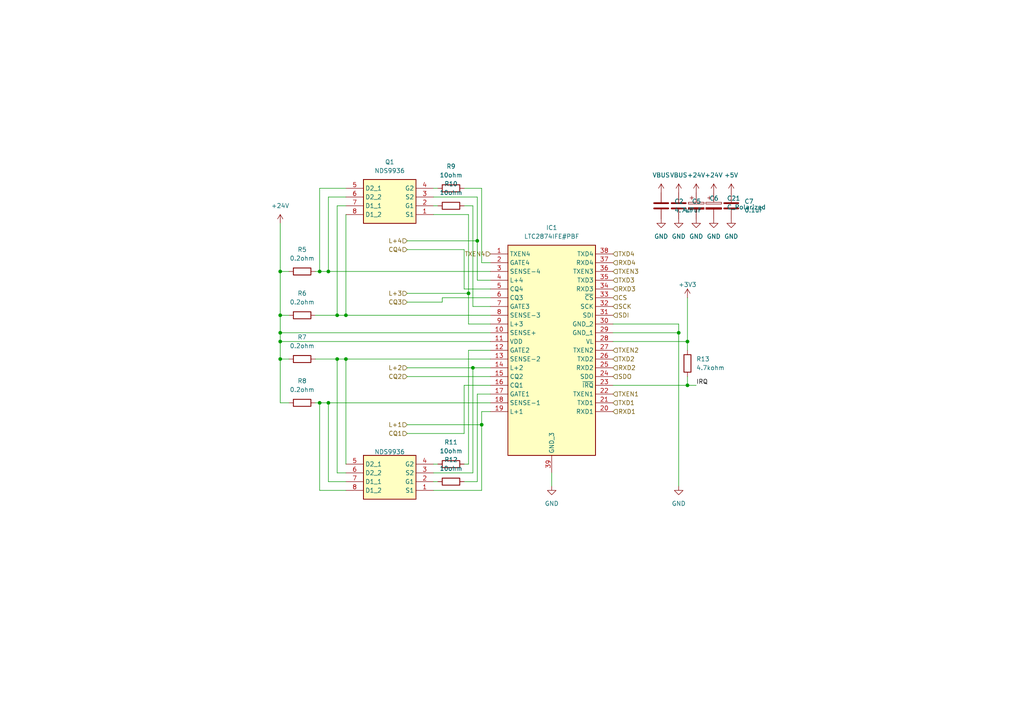
<source format=kicad_sch>
(kicad_sch (version 20231120) (generator "eeschema") (generator_version "8.0")
  (paper "A4")
  (lib_symbols
    (symbol "Device:C" (pin_numbers hide) (pin_names (offset 0.254))
      (property "Reference" "C" (at 0.635 2.54 0))
      (property "Value" "C" (at 0.635 -2.54 0))
      (symbol "C_0_1"
        (polyline (pts (xy -2.032 -0.762) (xy 2.032 -0.762)) (stroke (width 0.508)))
        (polyline (pts (xy -2.032 0.762) (xy 2.032 0.762)) (stroke (width 0.508)))
      )
      (symbol "C_1_1"
        (pin passive line (at 0 3.81 270) (length 2.794) (name "~") (number "1"))
        (pin passive line (at 0 -3.81 90) (length 2.794) (name "~") (number "2"))
      )
    )
    (symbol "Device:C_Polarized" (pin_numbers hide) (pin_names (offset 0.254))
      (property "Reference" "C" (at 0.635 2.54 0))
      (property "Value" "C_Polarized" (at 0.635 -2.54 0))
      (symbol "C_Polarized_0_1"
        (rectangle (start -2.286 0.508) (end 2.286 1.016))
        (polyline (pts (xy -1.778 2.286) (xy -0.762 2.286)))
        (polyline (pts (xy -1.27 2.794) (xy -1.27 1.778)))
        (rectangle (start 2.286 -0.508) (end -2.286 -1.016) (fill (type outline)))
      )
      (symbol "C_Polarized_1_1"
        (pin passive line (at 0 3.81 270) (length 2.794) (name "~") (number "1"))
        (pin passive line (at 0 -3.81 90) (length 2.794) (name "~") (number "2"))
      )
    )
    (symbol "Device:R" (pin_numbers hide) (pin_names (offset 0))
      (property "Reference" "R" (at 2.032 0 90))
      (property "Value" "R" (at 0 0 90))
      (symbol "R_0_1"
        (rectangle (start -1.016 -2.54) (end 1.016 2.54) (stroke (width 0.254)))
      )
      (symbol "R_1_1"
        (pin passive line (at 0 3.81 270) (length 1.27) (name "~") (number "1"))
        (pin passive line (at 0 -3.81 90) (length 1.27) (name "~") (number "2"))
      )
    )
    (symbol "IOLink-Transciver:LTC2874IFE#PBF"
      (property "Reference" "IC" (at 31.75 7.62 0))
      (property "Value" "LTC2874IFE#PBF" (at 31.75 5.08 0))
      (symbol "LTC2874IFE#PBF_1_1"
        (rectangle (start 5.08 2.54) (end 30.48 -58.42) (stroke (width 0.254)) (fill (type background)))
        (pin passive line (at 0 0 0) (length 5.08) (name "TXEN4") (number "1"))
        (pin passive line (at 0 -22.86 0) (length 5.08) (name "SENSE+") (number "10"))
        (pin passive line (at 0 -25.4 0) (length 5.08) (name "VDD") (number "11"))
        (pin passive line (at 0 -27.94 0) (length 5.08) (name "GATE2") (number "12"))
        (pin passive line (at 0 -30.48 0) (length 5.08) (name "SENSE-2") (number "13"))
        (pin passive line (at 0 -33.02 0) (length 5.08) (name "L+2") (number "14"))
        (pin passive line (at 0 -35.56 0) (length 5.08) (name "CQ2") (number "15"))
        (pin passive line (at 0 -38.1 0) (length 5.08) (name "CQ1") (number "16"))
        (pin passive line (at 0 -40.64 0) (length 5.08) (name "GATE1") (number "17"))
        (pin passive line (at 0 -43.18 0) (length 5.08) (name "SENSE-1") (number "18"))
        (pin passive line (at 0 -45.72 0) (length 5.08) (name "L+1") (number "19"))
        (pin passive line (at 0 -2.54 0) (length 5.08) (name "GATE4") (number "2"))
        (pin passive line (at 35.56 -45.72 180) (length 5.08) (name "RXD1") (number "20"))
        (pin passive line (at 35.56 -43.18 180) (length 5.08) (name "TXD1") (number "21"))
        (pin passive line (at 35.56 -40.64 180) (length 5.08) (name "TXEN1") (number "22"))
        (pin passive line (at 35.56 -38.1 180) (length 5.08) (name "~{IRQ}") (number "23"))
        (pin passive line (at 35.56 -35.56 180) (length 5.08) (name "SDO") (number "24"))
        (pin passive line (at 35.56 -33.02 180) (length 5.08) (name "RXD2") (number "25"))
        (pin passive line (at 35.56 -30.48 180) (length 5.08) (name "TXD2") (number "26"))
        (pin passive line (at 35.56 -27.94 180) (length 5.08) (name "TXEN2") (number "27"))
        (pin passive line (at 35.56 -25.4 180) (length 5.08) (name "VL") (number "28"))
        (pin passive line (at 35.56 -22.86 180) (length 5.08) (name "GND_1") (number "29"))
        (pin passive line (at 0 -5.08 0) (length 5.08) (name "SENSE-4") (number "3"))
        (pin passive line (at 35.56 -20.32 180) (length 5.08) (name "GND_2") (number "30"))
        (pin passive line (at 35.56 -17.78 180) (length 5.08) (name "SDI") (number "31"))
        (pin passive line (at 35.56 -15.24 180) (length 5.08) (name "SCK") (number "32"))
        (pin passive line (at 35.56 -12.7 180) (length 5.08) (name "~{CS}") (number "33"))
        (pin passive line (at 35.56 -10.16 180) (length 5.08) (name "RXD3") (number "34"))
        (pin passive line (at 35.56 -7.62 180) (length 5.08) (name "TXD3") (number "35"))
        (pin passive line (at 35.56 -5.08 180) (length 5.08) (name "TXEN3") (number "36"))
        (pin passive line (at 35.56 -2.54 180) (length 5.08) (name "RXD4") (number "37"))
        (pin passive line (at 35.56 0 180) (length 5.08) (name "TXD4") (number "38"))
        (pin passive line (at 17.78 -63.5 90) (length 5.08) (name "GND_3") (number "39"))
        (pin passive line (at 0 -7.62 0) (length 5.08) (name "L+4") (number "4"))
        (pin passive line (at 0 -10.16 0) (length 5.08) (name "CQ4") (number "5"))
        (pin passive line (at 0 -12.7 0) (length 5.08) (name "CQ3") (number "6"))
        (pin passive line (at 0 -15.24 0) (length 5.08) (name "GATE3") (number "7"))
        (pin passive line (at 0 -17.78 0) (length 5.08) (name "SENSE-3") (number "8"))
        (pin passive line (at 0 -20.32 0) (length 5.08) (name "L+3") (number "9"))
      )
    )
    (symbol "MOSFET:NDS9936"
      (property "Reference" "Q" (at 21.59 7.62 0))
      (property "Value" "NDS9936" (at 21.59 5.08 0))
      (symbol "NDS9936_1_1"
        (rectangle (start 5.08 2.54) (end 20.32 -10.16) (stroke (width 0.254)) (fill (type background)))
        (pin passive line (at 0 0 0) (length 5.08) (name "S1") (number "1"))
        (pin passive line (at 0 -2.54 0) (length 5.08) (name "G1") (number "2"))
        (pin passive line (at 0 -5.08 0) (length 5.08) (name "S2") (number "3"))
        (pin passive line (at 0 -7.62 0) (length 5.08) (name "G2") (number "4"))
        (pin passive line (at 25.4 -7.62 180) (length 5.08) (name "D2_1") (number "5"))
        (pin passive line (at 25.4 -5.08 180) (length 5.08) (name "D2_2") (number "6"))
        (pin passive line (at 25.4 -2.54 180) (length 5.08) (name "D1_1") (number "7"))
        (pin passive line (at 25.4 0 180) (length 5.08) (name "D1_2") (number "8"))
      )
    )
    (symbol "power:+24V" (power) (pin_names (offset 0))
      (property "Value" "+24V" (at 0 3.556 0))
      (symbol "+24V_0_1"
        (polyline (pts (xy -0.762 1.27) (xy 0 2.54)))
        (polyline (pts (xy 0 0) (xy 0 2.54)))
        (polyline (pts (xy 0 2.54) (xy 0.762 1.27)))
      )
      (symbol "+24V_1_1"
        (pin power_in line (at 0 0 90) (length 0) hide (name "+24V") (number "1"))
      )
    )
    (symbol "power:+3V3" (power) (pin_names (offset 0))
      (property "Value" "+3V3" (at 0 3.556 0))
      (symbol "+3V3_0_1"
        (polyline (pts (xy -0.762 1.27) (xy 0 2.54)))
        (polyline (pts (xy 0 0) (xy 0 2.54)))
        (polyline (pts (xy 0 2.54) (xy 0.762 1.27)))
      )
      (symbol "+3V3_1_1"
        (pin power_in line (at 0 0 90) (length 0) hide (name "+3V3") (number "1"))
      )
    )
    (symbol "power:+5V" (power) (pin_names (offset 0))
      (property "Value" "+5V" (at 0 3.556 0))
      (symbol "+5V_0_1"
        (polyline (pts (xy -0.762 1.27) (xy 0 2.54)))
        (polyline (pts (xy 0 0) (xy 0 2.54)))
        (polyline (pts (xy 0 2.54) (xy 0.762 1.27)))
      )
      (symbol "+5V_1_1"
        (pin power_in line (at 0 0 90) (length 0) hide (name "+5V") (number "1"))
      )
    )
    (symbol "power:GND" (power) (pin_names (offset 0))
      (property "Value" "GND" (at 0 -3.81 0))
      (symbol "GND_0_1"
        (polyline (pts (xy 0 0) (xy 0 -1.27) (xy 1.27 -1.27) (xy 0 -2.54) (xy -1.27 -1.27) (xy 0 -1.27)))
      )
      (symbol "GND_1_1"
        (pin power_in line (at 0 0 270) (length 0) hide (name "GND") (number "1"))
      )
    )
    (symbol "power:VBUS" (power) (pin_names (offset 0))
      (property "Value" "VBUS" (at 0 3.81 0))
      (symbol "VBUS_0_1"
        (polyline (pts (xy -0.762 1.27) (xy 0 2.54)))
        (polyline (pts (xy 0 0) (xy 0 2.54)))
        (polyline (pts (xy 0 2.54) (xy 0.762 1.27)))
      )
      (symbol "VBUS_1_1"
        (pin power_in line (at 0 0 90) (length 0) hide (name "VBUS") (number "1"))
      )
    )
  )
  (junction (at 138.43 69.85))
  (junction (at 92.71 78.74))
  (junction (at 92.71 116.84))
  (junction (at 135.89 85.09))
  (junction (at 97.79 91.44))
  (junction (at 137.16 106.68))
  (junction (at 196.85 96.52))
  (junction (at 199.39 111.76))
  (junction (at 100.33 104.14))
  (junction (at 81.28 96.52))
  (junction (at 95.25 116.84))
  (junction (at 81.28 104.14))
  (junction (at 81.28 91.44))
  (junction (at 100.33 91.44))
  (junction (at 139.7 123.19))
  (junction (at 199.39 99.06))
  (junction (at 81.28 78.74))
  (junction (at 95.25 78.74))
  (junction (at 97.79 104.14))
  (junction (at 81.28 99.06))
  (wire (pts (xy 92.71 116.84) (xy 92.71 142.24)))
  (wire (pts (xy 81.28 78.74) (xy 81.28 91.44)))
  (wire (pts (xy 92.71 116.84) (xy 95.25 116.84)))
  (wire (pts (xy 81.28 104.14) (xy 81.28 99.06)))
  (wire (pts (xy 177.8 96.52) (xy 196.85 96.52)))
  (wire (pts (xy 97.79 91.44) (xy 100.33 91.44)))
  (wire (pts (xy 128.27 86.36) (xy 142.24 86.36)))
  (wire (pts (xy 118.11 85.09) (xy 135.89 85.09)))
  (wire (pts (xy 81.28 96.52) (xy 81.28 99.06)))
  (wire (pts (xy 134.62 54.61) (xy 139.7 54.61)))
  (wire (pts (xy 138.43 69.85) (xy 138.43 81.28)))
  (wire (pts (xy 160.02 140.97) (xy 160.02 137.16)))
  (wire (pts (xy 125.73 137.16) (xy 137.16 137.16)))
  (wire (pts (xy 128.27 87.63) (xy 128.27 86.36)))
  (wire (pts (xy 138.43 81.28) (xy 142.24 81.28)))
  (wire (pts (xy 135.89 93.98) (xy 142.24 93.98)))
  (wire (pts (xy 83.82 116.84) (xy 81.28 116.84)))
  (wire (pts (xy 125.73 142.24) (xy 139.7 142.24)))
  (wire (pts (xy 81.28 91.44) (xy 81.28 96.52)))
  (wire (pts (xy 127 139.7) (xy 125.73 139.7)))
  (wire (pts (xy 139.7 123.19) (xy 139.7 142.24)))
  (wire (pts (xy 135.89 101.6) (xy 135.89 134.62)))
  (wire (pts (xy 100.33 54.61) (xy 92.71 54.61)))
  (wire (pts (xy 201.93 111.76) (xy 199.39 111.76)))
  (wire (pts (xy 125.73 57.15) (xy 138.43 57.15)))
  (wire (pts (xy 97.79 59.69) (xy 97.79 91.44)))
  (wire (pts (xy 118.11 69.85) (xy 138.43 69.85)))
  (wire (pts (xy 199.39 111.76) (xy 177.8 111.76)))
  (wire (pts (xy 134.62 139.7) (xy 138.43 139.7)))
  (wire (pts (xy 81.28 104.14) (xy 83.82 104.14)))
  (wire (pts (xy 81.28 78.74) (xy 83.82 78.74)))
  (wire (pts (xy 81.28 99.06) (xy 142.24 99.06)))
  (wire (pts (xy 81.28 116.84) (xy 81.28 104.14)))
  (wire (pts (xy 138.43 139.7) (xy 138.43 114.3)))
  (wire (pts (xy 135.89 85.09) (xy 135.89 93.98)))
  (wire (pts (xy 118.11 109.22) (xy 142.24 109.22)))
  (wire (pts (xy 196.85 96.52) (xy 196.85 140.97)))
  (wire (pts (xy 137.16 88.9) (xy 142.24 88.9)))
  (wire (pts (xy 97.79 104.14) (xy 100.33 104.14)))
  (wire (pts (xy 135.89 101.6) (xy 142.24 101.6)))
  (wire (pts (xy 134.62 125.73) (xy 134.62 111.76)))
  (wire (pts (xy 134.62 134.62) (xy 135.89 134.62)))
  (wire (pts (xy 92.71 142.24) (xy 100.33 142.24)))
  (wire (pts (xy 138.43 57.15) (xy 138.43 69.85)))
  (wire (pts (xy 125.73 54.61) (xy 127 54.61)))
  (wire (pts (xy 139.7 119.38) (xy 142.24 119.38)))
  (wire (pts (xy 199.39 109.22) (xy 199.39 111.76)))
  (wire (pts (xy 138.43 114.3) (xy 142.24 114.3)))
  (wire (pts (xy 134.62 111.76) (xy 142.24 111.76)))
  (wire (pts (xy 134.62 59.69) (xy 137.16 59.69)))
  (wire (pts (xy 196.85 93.98) (xy 196.85 96.52)))
  (wire (pts (xy 95.25 139.7) (xy 100.33 139.7)))
  (wire (pts (xy 95.25 116.84) (xy 142.24 116.84)))
  (wire (pts (xy 134.62 83.82) (xy 142.24 83.82)))
  (wire (pts (xy 199.39 99.06) (xy 177.8 99.06)))
  (wire (pts (xy 97.79 104.14) (xy 97.79 137.16)))
  (wire (pts (xy 199.39 86.36) (xy 199.39 99.06)))
  (wire (pts (xy 127 134.62) (xy 125.73 134.62)))
  (wire (pts (xy 139.7 54.61) (xy 139.7 76.2)))
  (wire (pts (xy 127 59.69) (xy 125.73 59.69)))
  (wire (pts (xy 81.28 91.44) (xy 83.82 91.44)))
  (wire (pts (xy 139.7 119.38) (xy 139.7 123.19)))
  (wire (pts (xy 118.11 106.68) (xy 137.16 106.68)))
  (wire (pts (xy 95.25 57.15) (xy 100.33 57.15)))
  (wire (pts (xy 100.33 104.14) (xy 142.24 104.14)))
  (wire (pts (xy 100.33 104.14) (xy 100.33 134.62)))
  (wire (pts (xy 100.33 91.44) (xy 142.24 91.44)))
  (wire (pts (xy 91.44 104.14) (xy 97.79 104.14)))
  (wire (pts (xy 100.33 62.23) (xy 100.33 91.44)))
  (wire (pts (xy 118.11 125.73) (xy 134.62 125.73)))
  (wire (pts (xy 100.33 59.69) (xy 97.79 59.69)))
  (wire (pts (xy 97.79 137.16) (xy 100.33 137.16)))
  (wire (pts (xy 91.44 91.44) (xy 97.79 91.44)))
  (wire (pts (xy 95.25 78.74) (xy 142.24 78.74)))
  (wire (pts (xy 137.16 106.68) (xy 137.16 137.16)))
  (wire (pts (xy 199.39 99.06) (xy 199.39 101.6)))
  (wire (pts (xy 137.16 59.69) (xy 137.16 88.9)))
  (wire (pts (xy 177.8 93.98) (xy 196.85 93.98)))
  (wire (pts (xy 118.11 123.19) (xy 139.7 123.19)))
  (wire (pts (xy 139.7 76.2) (xy 142.24 76.2)))
  (wire (pts (xy 134.62 72.39) (xy 134.62 83.82)))
  (wire (pts (xy 118.11 87.63) (xy 128.27 87.63)))
  (wire (pts (xy 91.44 116.84) (xy 92.71 116.84)))
  (wire (pts (xy 92.71 54.61) (xy 92.71 78.74)))
  (wire (pts (xy 81.28 96.52) (xy 142.24 96.52)))
  (wire (pts (xy 95.25 57.15) (xy 95.25 78.74)))
  (wire (pts (xy 137.16 106.68) (xy 142.24 106.68)))
  (wire (pts (xy 92.71 78.74) (xy 95.25 78.74)))
  (wire (pts (xy 81.28 64.77) (xy 81.28 78.74)))
  (wire (pts (xy 95.25 116.84) (xy 95.25 139.7)))
  (wire (pts (xy 135.89 62.23) (xy 135.89 85.09)))
  (wire (pts (xy 91.44 78.74) (xy 92.71 78.74)))
  (wire (pts (xy 125.73 62.23) (xy 135.89 62.23)))
  (wire (pts (xy 118.11 72.39) (xy 134.62 72.39)))
  (label "IRQ" (at 201.93 111.76 0))
  (hierarchical_label "CQ4" (shape input) (at 118.11 72.39 180))
  (hierarchical_label "CQ2" (shape input) (at 118.11 109.22 180))
  (hierarchical_label "L+1" (shape input) (at 118.11 123.19 180))
  (hierarchical_label "SDI" (shape input) (at 177.8 91.44 0))
  (hierarchical_label "L+4" (shape input) (at 118.11 69.85 180))
  (hierarchical_label "RXD3" (shape input) (at 177.8 83.82 0))
  (hierarchical_label "SDO" (shape input) (at 177.8 109.22 0))
  (hierarchical_label "TXD3" (shape input) (at 177.8 81.28 0))
  (hierarchical_label "L+2" (shape input) (at 118.11 106.68 180))
  (hierarchical_label "TXD4" (shape input) (at 177.8 73.66 0))
  (hierarchical_label "CQ1" (shape input) (at 118.11 125.73 180))
  (hierarchical_label "TXD2" (shape input) (at 177.8 104.14 0))
  (hierarchical_label "L+3" (shape input) (at 118.11 85.09 180))
  (hierarchical_label "RXD1" (shape input) (at 177.8 119.38 0))
  (hierarchical_label "RXD4" (shape input) (at 177.8 76.2 0))
  (hierarchical_label "TXD1" (shape input) (at 177.8 116.84 0))
  (hierarchical_label "TXEN1" (shape input) (at 177.8 114.3 0))
  (hierarchical_label "TXEN3" (shape input) (at 177.8 78.74 0))
  (hierarchical_label "SCK" (shape input) (at 177.8 88.9 0))
  (hierarchical_label "TXEN4" (shape input) (at 142.24 73.66 180))
  (hierarchical_label "CS" (shape input) (at 177.8 86.36 0))
  (hierarchical_label "CQ3" (shape input) (at 118.11 87.63 180))
  (hierarchical_label "TXEN2" (shape input) (at 177.8 101.6 0))
  (hierarchical_label "RXD2" (shape input) (at 177.8 106.68 0))
  (symbol (lib_id "Device:C") (at 196.85 59.69 0) (unit 1)
    (property "Reference" "C5" (at 200.66 58.42 0) (effects (justify left)))
    (property "Value" "4.7uF" (at 198.12 60.96 0) (effects (justify left)))
    (property "Footprint" "Capacitor_SMD:C_0603_1608Metric" (effects (hide yes)))
    (property "LCSC" "C19666" (effects (hide yes)))
  )
  (symbol (lib_id "Device:R") (at 130.81 54.61 90) (unit 1)
    (property "Reference" "R9" (at 130.81 48.26 90))
    (property "Value" "10ohm" (at 130.81 50.8 90))
    (property "Footprint" "Resistor_SMD:R_0603_1608Metric" (effects (hide yes)))
    (property "LCSC" "C22859" (effects (hide yes)))
  )
  (symbol (lib_id "power:+3V3") (at 199.39 86.36 0) (unit 1)
    (property "Reference" "#PWR028" (effects (hide yes)))
    (property "Value" "+3V3" (at 199.39 82.55 0))
  )
  (symbol (lib_id "power:GND") (at 207.01 63.5 0) (unit 1)
    (property "Reference" "#PWR078" (effects (hide yes)))
    (property "Value" "GND" (at 207.01 68.58 0))
  )
  (symbol (lib_id "Device:R") (at 130.81 59.69 90) (unit 1)
    (property "Reference" "R10" (at 130.81 53.34 90))
    (property "Value" "10ohm" (at 130.81 55.88 90))
    (property "Footprint" "Resistor_SMD:R_0603_1608Metric" (effects (hide yes)))
    (property "LCSC" "C22859" (effects (hide yes)))
  )
  (symbol (lib_id "MOSFET:NDS9936") (at 125.73 62.23 180) (unit 1)
    (property "Reference" "Q1" (at 113.03 46.99 0))
    (property "Value" "NDS9936" (at 113.03 49.53 0))
    (property "Footprint" "myLIB:SOIC127P600X175-8N" (effects (hide yes)))
    (property "Datasheet" "https://pdf1.alldatasheet.com/datasheet-pdf/view/54209/FAIRCHILD/NDS9936.html" (effects (hide yes)))
    (property "Height" "1.75" (effects (hide yes)))
    (property "Manufacturer_Name" "onsemi" (effects (hide yes)))
    (property "Manufacturer_Part_Number" "NDS9936" (effects (hide yes)))
    (property "Mouser Part Number" "512-NDS9936" (effects (hide yes)))
    (property "Mouser Price/Stock" "https://www.mouser.co.uk/ProductDetail/onsemi-Fairchild/NDS9936?qs=mdiO5HdF0KgwoQNQYlTlOg%3D%3D" (effects (hide yes)))
  )
  (symbol (lib_id "power:GND") (at 196.85 63.5 0) (unit 1)
    (property "Reference" "#PWR041" (effects (hide yes)))
    (property "Value" "GND" (at 196.85 68.58 0))
  )
  (symbol (lib_id "power:VBUS") (at 191.77 55.88 0) (unit 1)
    (property "Reference" "#PWR016" (effects (hide yes)))
    (property "Value" "VBUS" (at 191.77 50.8 0))
  )
  (symbol (lib_id "Device:C") (at 212.09 59.69 0) (unit 1)
    (property "Reference" "C7" (at 215.9 58.42 0) (effects (justify left)))
    (property "Value" "0.1uF" (at 215.9 60.96 0) (effects (justify left)))
    (property "Footprint" "Capacitor_SMD:C_0603_1608Metric" (effects (hide yes)))
    (property "LCSC" "C14663" (effects (hide yes)))
  )
  (symbol (lib_id "Device:R") (at 87.63 116.84 270) (unit 1)
    (property "Reference" "R8" (at 87.63 110.49 90))
    (property "Value" "0.2ohm" (at 87.63 113.03 90))
    (property "Footprint" "Resistor_SMD:R_0603_1608Metric" (effects (hide yes)))
    (property "LCSC" "C79773" (effects (hide yes)))
  )
  (symbol (lib_id "Device:R") (at 87.63 104.14 270) (unit 1)
    (property "Reference" "R7" (at 87.63 97.79 90))
    (property "Value" "0.2ohm" (at 87.63 100.33 90))
    (property "Footprint" "Resistor_SMD:R_0603_1608Metric" (effects (hide yes)))
    (property "LCSC" "C79773" (effects (hide yes)))
  )
  (symbol (lib_id "Device:R") (at 87.63 78.74 270) (unit 1)
    (property "Reference" "R5" (at 87.63 72.39 90))
    (property "Value" "0.2ohm" (at 87.63 74.93 90))
    (property "Footprint" "Resistor_SMD:R_0603_1608Metric" (effects (hide yes)))
    (property "LCSC" "C79773" (effects (hide yes)))
  )
  (symbol (lib_id "power:+24V") (at 201.93 55.88 0) (unit 1)
    (property "Reference" "#PWR043" (effects (hide yes)))
    (property "Value" "+24V" (at 201.93 50.8 0))
  )
  (symbol (lib_id "Device:C") (at 191.77 59.69 0) (unit 1)
    (property "Reference" "C2" (at 195.58 58.42 0) (effects (justify left)))
    (property "Value" "4.7uF" (at 195.58 60.96 0) (effects (justify left)))
    (property "Footprint" "Capacitor_SMD:C_0603_1608Metric" (effects (hide yes)))
    (property "LCSC" "C19666" (effects (hide yes)))
  )
  (symbol (lib_id "power:GND") (at 191.77 63.5 0) (unit 1)
    (property "Reference" "#PWR033" (effects (hide yes)))
    (property "Value" "GND" (at 191.77 68.58 0))
  )
  (symbol (lib_id "Device:R") (at 87.63 91.44 270) (unit 1)
    (property "Reference" "R6" (at 87.63 85.09 90))
    (property "Value" "0.2ohm" (at 87.63 87.63 90))
    (property "Footprint" "Resistor_SMD:R_0603_1608Metric" (effects (hide yes)))
    (property "LCSC" "C79773" (effects (hide yes)))
  )
  (symbol (lib_id "Device:R") (at 130.81 134.62 90) (unit 1)
    (property "Reference" "R11" (at 130.81 128.27 90))
    (property "Value" "10ohm" (at 130.81 130.81 90))
    (property "Footprint" "Resistor_SMD:R_0603_1608Metric" (effects (hide yes)))
    (property "LCSC" "C22859" (effects (hide yes)))
  )
  (symbol (lib_id "MOSFET:NDS9936") (at 125.73 142.24 180) (unit 1)
    (property "Reference" "Q2" (effects (hide yes)))
    (property "Value" "NDS9936" (at 113.03 131.064 0))
    (property "Footprint" "myLIB:SOIC127P600X175-8N" (effects (hide yes)))
    (property "Datasheet" "https://pdf1.alldatasheet.com/datasheet-pdf/view/54209/FAIRCHILD/NDS9936.html" (effects (hide yes)))
    (property "Height" "1.75" (effects (hide yes)))
    (property "Manufacturer_Name" "onsemi" (effects (hide yes)))
    (property "Manufacturer_Part_Number" "NDS9936" (effects (hide yes)))
    (property "Mouser Part Number" "512-NDS9936" (effects (hide yes)))
    (property "Mouser Price/Stock" "https://www.mouser.co.uk/ProductDetail/onsemi-Fairchild/NDS9936?qs=mdiO5HdF0KgwoQNQYlTlOg%3D%3D" (effects (hide yes)))
  )
  (symbol (lib_id "power:GND") (at 160.02 140.97 0) (unit 1)
    (property "Reference" "#PWR026" (effects (hide yes)))
    (property "Value" "GND" (at 160.02 146.05 0))
  )
  (symbol (lib_id "IOLink-Transciver:LTC2874IFE#PBF") (at 142.24 73.66 0) (unit 1)
    (property "Reference" "IC1" (at 160.02 66.04 0))
    (property "Value" "LTC2874IFE#PBF" (at 160.02 68.58 0))
    (property "Footprint" "myLIB:SOP50P640X120-39N" (effects (hide yes)))
    (property "Datasheet" "https://datasheet.datasheetarchive.com/originals/distributors/Datasheets-SFU4/DSASF4000-3624.pdf" (effects (hide yes)))
    (property "Height" "1.2" (effects (hide yes)))
    (property "Manufacturer_Name" "Analog Devices" (effects (hide yes)))
    (property "Manufacturer_Part_Number" "LTC2874IFE#PBF" (effects (hide yes)))
    (property "Mouser Part Number" "584-LTC2874IFE#PBF" (effects (hide yes)))
    (property "Mouser Price/Stock" "https://www.mouser.co.uk/ProductDetail/Analog-Devices/LTC2874IFEPBF?qs=hVkxg5c3xu9yAW%252BG2pV9sQ%3D%3D" (effects (hide yes)))
    (property "Arrow Part Number" "LTC2874IFE#PBF" (effects (hide yes)))
    (property "Arrow Price/Stock" "https://www.arrow.com/en/products/ltc2874ifepbf/analog-devices" (effects (hide yes)))
  )
  (symbol (lib_id "power:+24V") (at 81.28 64.77 0) (unit 1)
    (property "Reference" "#PWR015" (effects (hide yes)))
    (property "Value" "+24V" (at 81.28 59.69 0))
  )
  (symbol (lib_id "Device:R") (at 199.39 105.41 0) (unit 1)
    (property "Reference" "R13" (at 201.93 104.14 0) (effects (justify left)))
    (property "Value" "4.7kohm" (at 201.93 106.68 0) (effects (justify left)))
    (property "Footprint" "Resistor_SMD:R_0603_1608Metric" (effects (hide yes)))
    (property "LCSC" "C23162" (effects (hide yes)))
  )
  (symbol (lib_id "power:+5V") (at 212.09 55.88 0) (unit 1)
    (property "Reference" "#PWR044" (effects (hide yes)))
    (property "Value" "+5V" (at 212.09 50.8 0))
  )
  (symbol (lib_id "power:VBUS") (at 196.85 55.88 0) (unit 1)
    (property "Reference" "#PWR035" (effects (hide yes)))
    (property "Value" "VBUS" (at 196.85 50.8 0))
  )
  (symbol (lib_id "Device:R") (at 130.81 139.7 90) (unit 1)
    (property "Reference" "R12" (at 130.81 133.35 90))
    (property "Value" "10ohm" (at 130.81 135.89 90))
    (property "Footprint" "Resistor_SMD:R_0603_1608Metric" (effects (hide yes)))
    (property "LCSC" "C22859" (effects (hide yes)))
  )
  (symbol (lib_id "power:GND") (at 201.93 63.5 0) (unit 1)
    (property "Reference" "#PWR062" (effects (hide yes)))
    (property "Value" "GND" (at 201.93 68.58 0))
  )
  (symbol (lib_id "power:GND") (at 212.09 63.5 0) (unit 1)
    (property "Reference" "#PWR045" (effects (hide yes)))
    (property "Value" "GND" (at 212.09 68.58 0))
  )
  (symbol (lib_id "Device:C_Polarized") (at 207.01 59.69 0) (unit 1)
    (property "Reference" "C21" (at 210.82 57.5309 0) (effects (justify left)))
    (property "Value" "C_Polarized" (at 210.82 60.0709 0) (effects (justify left)))
    (property "Footprint" "Capacitor_SMD:CP_Elec_6.3x5.9" (effects (hide yes)))
    (property "Description" "Polarized capacitor" (effects (hide yes)))
  )
  (symbol (lib_id "Device:C_Polarized") (at 201.93 59.69 0) (unit 1)
    (property "Reference" "C6" (at 205.74 57.5309 0) (effects (justify left)))
    (property "Value" "C_Polarized" (effects (hide yes)))
    (property "Footprint" "Capacitor_SMD:CP_Elec_6.3x5.9" (effects (hide yes)))
    (property "Description" "Polarized capacitor" (effects (hide yes)))
  )
  (symbol (lib_id "power:GND") (at 196.85 140.97 0) (unit 1)
    (property "Reference" "#PWR027" (effects (hide yes)))
    (property "Value" "GND" (at 196.85 146.05 0))
  )
  (symbol (lib_id "power:+24V") (at 207.01 55.88 0) (unit 1)
    (property "Reference" "#PWR076" (effects (hide yes)))
    (property "Value" "+24V" (at 207.01 50.8 0))
  )
)
</source>
